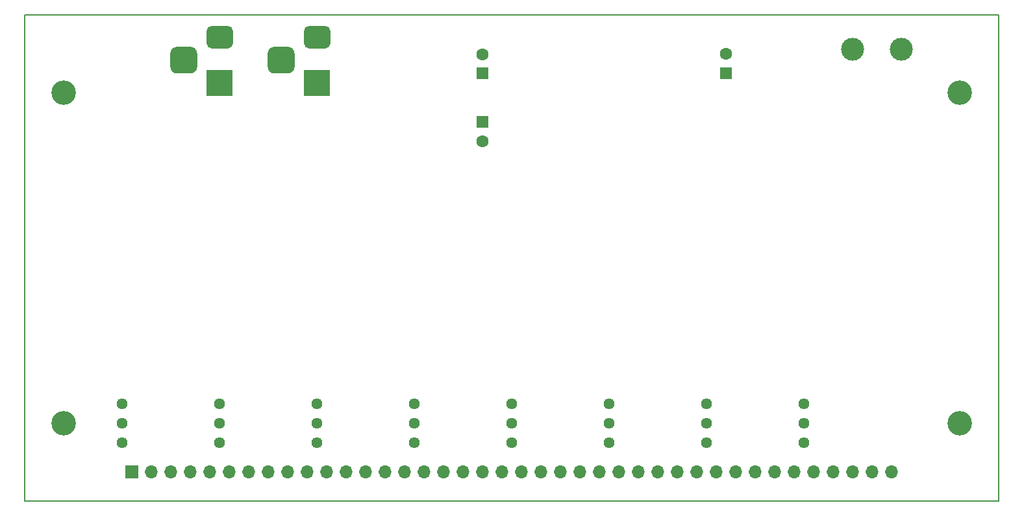
<source format=gbr>
G04 #@! TF.GenerationSoftware,KiCad,Pcbnew,5.1.8+dfsg1-1+b1*
G04 #@! TF.CreationDate,2021-07-09T11:11:43-05:00*
G04 #@! TF.ProjectId,potentiosynth,706f7465-6e74-4696-9f73-796e74682e6b,B*
G04 #@! TF.SameCoordinates,Original*
G04 #@! TF.FileFunction,Soldermask,Bot*
G04 #@! TF.FilePolarity,Negative*
%FSLAX46Y46*%
G04 Gerber Fmt 4.6, Leading zero omitted, Abs format (unit mm)*
G04 Created by KiCad (PCBNEW 5.1.8+dfsg1-1+b1) date 2021-07-09 11:11:43*
%MOMM*%
%LPD*%
G01*
G04 APERTURE LIST*
G04 #@! TA.AperFunction,Profile*
%ADD10C,0.150000*%
G04 #@! TD*
%ADD11C,1.440000*%
%ADD12R,3.500000X3.500000*%
%ADD13C,3.200000*%
%ADD14O,1.700000X1.700000*%
%ADD15R,1.700000X1.700000*%
%ADD16C,3.000000*%
%ADD17C,1.600000*%
%ADD18R,1.600000X1.600000*%
G04 APERTURE END LIST*
D10*
X50800000Y-127000000D02*
X177800000Y-127000000D01*
X50800000Y-63500000D02*
X177800000Y-63500000D01*
X50800000Y-127000000D02*
X50800000Y-63500000D01*
X177800000Y-127000000D02*
X177800000Y-63500000D01*
D11*
X114300000Y-119380000D03*
X114300000Y-116840000D03*
X114300000Y-114300000D03*
X63500000Y-119380000D03*
X63500000Y-116840000D03*
X63500000Y-114300000D03*
X127000000Y-119380000D03*
X127000000Y-116840000D03*
X127000000Y-114300000D03*
X88900000Y-119380000D03*
X88900000Y-116840000D03*
X88900000Y-114300000D03*
X76200000Y-119380000D03*
X76200000Y-116840000D03*
X76200000Y-114300000D03*
X101600000Y-119380000D03*
X101600000Y-116840000D03*
X101600000Y-114300000D03*
X152400000Y-119380000D03*
X152400000Y-116840000D03*
X152400000Y-114300000D03*
X139700000Y-119380000D03*
X139700000Y-116840000D03*
X139700000Y-114300000D03*
G36*
G01*
X83325000Y-67640000D02*
X85075000Y-67640000D01*
G75*
G02*
X85950000Y-68515000I0J-875000D01*
G01*
X85950000Y-70265000D01*
G75*
G02*
X85075000Y-71140000I-875000J0D01*
G01*
X83325000Y-71140000D01*
G75*
G02*
X82450000Y-70265000I0J875000D01*
G01*
X82450000Y-68515000D01*
G75*
G02*
X83325000Y-67640000I875000J0D01*
G01*
G37*
G36*
G01*
X87900000Y-64890000D02*
X89900000Y-64890000D01*
G75*
G02*
X90650000Y-65640000I0J-750000D01*
G01*
X90650000Y-67140000D01*
G75*
G02*
X89900000Y-67890000I-750000J0D01*
G01*
X87900000Y-67890000D01*
G75*
G02*
X87150000Y-67140000I0J750000D01*
G01*
X87150000Y-65640000D01*
G75*
G02*
X87900000Y-64890000I750000J0D01*
G01*
G37*
D12*
X88900000Y-72390000D03*
G36*
G01*
X70625000Y-67640000D02*
X72375000Y-67640000D01*
G75*
G02*
X73250000Y-68515000I0J-875000D01*
G01*
X73250000Y-70265000D01*
G75*
G02*
X72375000Y-71140000I-875000J0D01*
G01*
X70625000Y-71140000D01*
G75*
G02*
X69750000Y-70265000I0J875000D01*
G01*
X69750000Y-68515000D01*
G75*
G02*
X70625000Y-67640000I875000J0D01*
G01*
G37*
G36*
G01*
X75200000Y-64890000D02*
X77200000Y-64890000D01*
G75*
G02*
X77950000Y-65640000I0J-750000D01*
G01*
X77950000Y-67140000D01*
G75*
G02*
X77200000Y-67890000I-750000J0D01*
G01*
X75200000Y-67890000D01*
G75*
G02*
X74450000Y-67140000I0J750000D01*
G01*
X74450000Y-65640000D01*
G75*
G02*
X75200000Y-64890000I750000J0D01*
G01*
G37*
X76200000Y-72390000D03*
D13*
X55880000Y-116840000D03*
X55880000Y-73660000D03*
X172720000Y-73660000D03*
X172720000Y-116840000D03*
D14*
X163830000Y-123190000D03*
X161290000Y-123190000D03*
X158750000Y-123190000D03*
X156210000Y-123190000D03*
X153670000Y-123190000D03*
X151130000Y-123190000D03*
X148590000Y-123190000D03*
X146050000Y-123190000D03*
X143510000Y-123190000D03*
X140970000Y-123190000D03*
X138430000Y-123190000D03*
X135890000Y-123190000D03*
X133350000Y-123190000D03*
X130810000Y-123190000D03*
X128270000Y-123190000D03*
X125730000Y-123190000D03*
X123190000Y-123190000D03*
X120650000Y-123190000D03*
X118110000Y-123190000D03*
X115570000Y-123190000D03*
X113030000Y-123190000D03*
X110490000Y-123190000D03*
X107950000Y-123190000D03*
X105410000Y-123190000D03*
X102870000Y-123190000D03*
X100330000Y-123190000D03*
X97790000Y-123190000D03*
X95250000Y-123190000D03*
X92710000Y-123190000D03*
X90170000Y-123190000D03*
X87630000Y-123190000D03*
X85090000Y-123190000D03*
X82550000Y-123190000D03*
X80010000Y-123190000D03*
X77470000Y-123190000D03*
X74930000Y-123190000D03*
X72390000Y-123190000D03*
X69850000Y-123190000D03*
X67310000Y-123190000D03*
D15*
X64770000Y-123190000D03*
D16*
X165100000Y-67945000D03*
X158750000Y-67945000D03*
D17*
X142240000Y-68580000D03*
D18*
X142240000Y-71080000D03*
D17*
X110490000Y-68620000D03*
D18*
X110490000Y-71120000D03*
D17*
X110490000Y-79970000D03*
D18*
X110490000Y-77470000D03*
M02*

</source>
